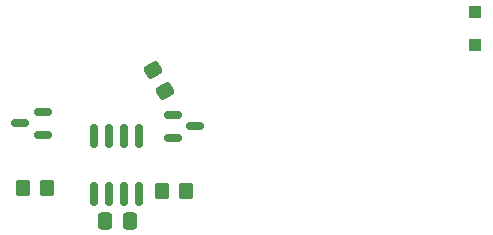
<source format=gbp>
G04 #@! TF.GenerationSoftware,KiCad,Pcbnew,7.0.1*
G04 #@! TF.CreationDate,2023-12-05T18:06:22-06:00*
G04 #@! TF.ProjectId,Pico Breakout Board V3,5069636f-2042-4726-9561-6b6f75742042,rev?*
G04 #@! TF.SameCoordinates,Original*
G04 #@! TF.FileFunction,Paste,Bot*
G04 #@! TF.FilePolarity,Positive*
%FSLAX46Y46*%
G04 Gerber Fmt 4.6, Leading zero omitted, Abs format (unit mm)*
G04 Created by KiCad (PCBNEW 7.0.1) date 2023-12-05 18:06:22*
%MOMM*%
%LPD*%
G01*
G04 APERTURE LIST*
G04 Aperture macros list*
%AMRoundRect*
0 Rectangle with rounded corners*
0 $1 Rounding radius*
0 $2 $3 $4 $5 $6 $7 $8 $9 X,Y pos of 4 corners*
0 Add a 4 corners polygon primitive as box body*
4,1,4,$2,$3,$4,$5,$6,$7,$8,$9,$2,$3,0*
0 Add four circle primitives for the rounded corners*
1,1,$1+$1,$2,$3*
1,1,$1+$1,$4,$5*
1,1,$1+$1,$6,$7*
1,1,$1+$1,$8,$9*
0 Add four rect primitives between the rounded corners*
20,1,$1+$1,$2,$3,$4,$5,0*
20,1,$1+$1,$4,$5,$6,$7,0*
20,1,$1+$1,$6,$7,$8,$9,0*
20,1,$1+$1,$8,$9,$2,$3,0*%
G04 Aperture macros list end*
%ADD10RoundRect,0.250000X-0.350000X-0.450000X0.350000X-0.450000X0.350000X0.450000X-0.350000X0.450000X0*%
%ADD11RoundRect,0.150000X0.150000X-0.825000X0.150000X0.825000X-0.150000X0.825000X-0.150000X-0.825000X0*%
%ADD12RoundRect,0.250000X-0.564711X0.078109X-0.214711X-0.528109X0.564711X-0.078109X0.214711X0.528109X0*%
%ADD13RoundRect,0.250000X-0.300000X0.300000X-0.300000X-0.300000X0.300000X-0.300000X0.300000X0.300000X0*%
%ADD14RoundRect,0.150000X0.587500X0.150000X-0.587500X0.150000X-0.587500X-0.150000X0.587500X-0.150000X0*%
%ADD15RoundRect,0.150000X-0.587500X-0.150000X0.587500X-0.150000X0.587500X0.150000X-0.587500X0.150000X0*%
%ADD16RoundRect,0.250000X0.337500X0.475000X-0.337500X0.475000X-0.337500X-0.475000X0.337500X-0.475000X0*%
G04 APERTURE END LIST*
D10*
X114500000Y-58250000D03*
X116500000Y-58250000D03*
X102750000Y-58000000D03*
X104750000Y-58000000D03*
D11*
X112500000Y-53550000D03*
X111230000Y-53550000D03*
X109960000Y-53550000D03*
X108690000Y-53550000D03*
X108690000Y-58500000D03*
X109960000Y-58500000D03*
X111230000Y-58500000D03*
X112500000Y-58500000D03*
D12*
X113750000Y-48017950D03*
X114750000Y-49750000D03*
D13*
X141000000Y-43100000D03*
X141000000Y-45900000D03*
D14*
X104375000Y-51550000D03*
X104375000Y-53450000D03*
X102500000Y-52500000D03*
D15*
X117250000Y-52750000D03*
X115375000Y-51800000D03*
X115375000Y-53700000D03*
D16*
X111750000Y-60750000D03*
X109675000Y-60750000D03*
M02*

</source>
